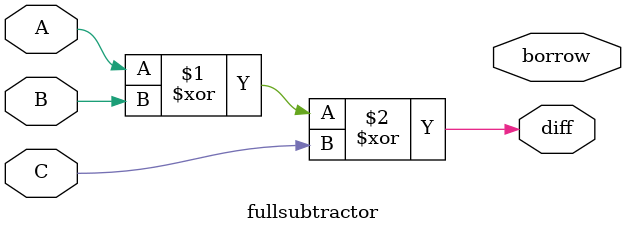
<source format=v>
`timescale 1ns / 1ps
module fullsubtractor(input A,input B,input C,output diff,output borrow );	
 assign diff=A^B^C;
 assign boorrow=(~A&B)|(~A&C)|(B&C);
endmodule

</source>
